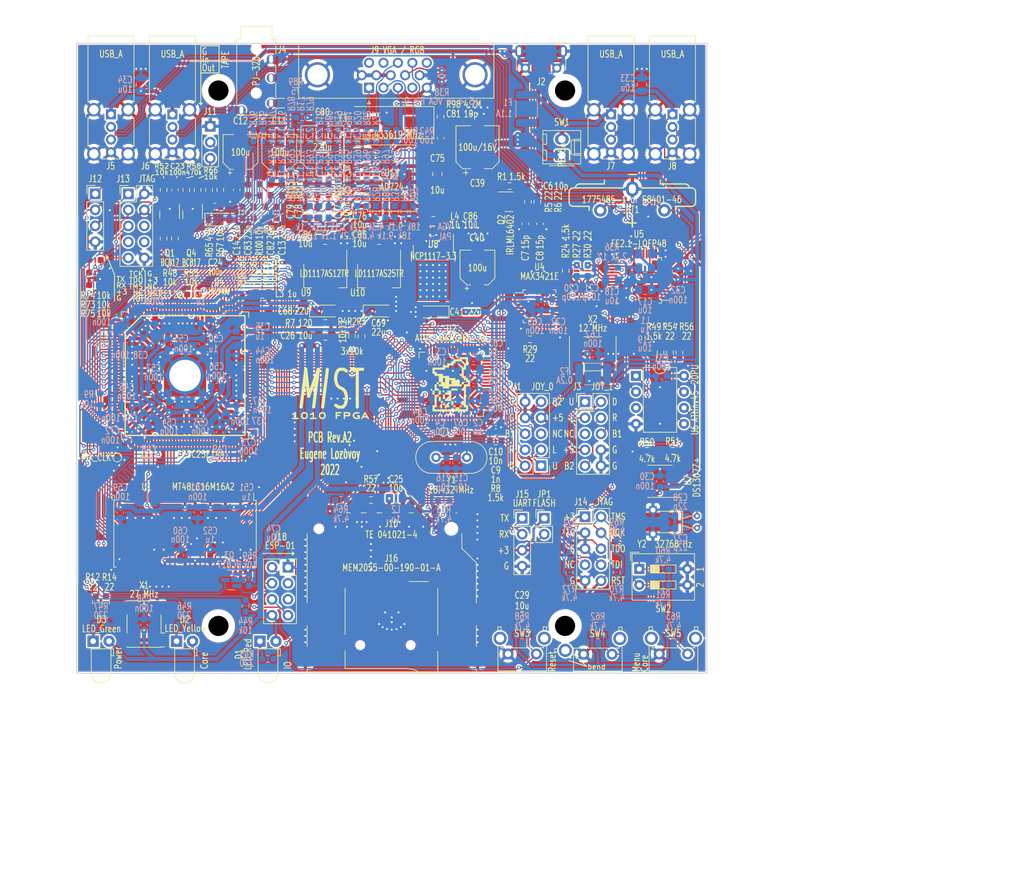
<source format=kicad_pcb>
(kicad_pcb (version 20211014) (generator pcbnew)

  (general
    (thickness 1.6)
  )

  (paper "A4")
  (title_block
    (title "MIST.1010")
    (date "2022-08-21")
    (rev "A2")
    (company "Eugene Lozovoy")
  )

  (layers
    (0 "F.Cu" signal)
    (31 "B.Cu" signal)
    (32 "B.Adhes" user "B.Adhesive")
    (33 "F.Adhes" user "F.Adhesive")
    (34 "B.Paste" user)
    (35 "F.Paste" user)
    (36 "B.SilkS" user "B.Silkscreen")
    (37 "F.SilkS" user "F.Silkscreen")
    (38 "B.Mask" user)
    (39 "F.Mask" user)
    (40 "Dwgs.User" user "User.Drawings")
    (41 "Cmts.User" user "User.Comments")
    (42 "Eco1.User" user "User.Eco1")
    (43 "Eco2.User" user "User.Eco2")
    (44 "Edge.Cuts" user)
    (45 "Margin" user)
    (46 "B.CrtYd" user "B.Courtyard")
    (47 "F.CrtYd" user "F.Courtyard")
    (48 "B.Fab" user)
    (49 "F.Fab" user)
    (50 "User.1" user)
    (51 "User.2" user)
    (52 "User.3" user)
    (53 "User.4" user)
    (54 "User.5" user)
    (55 "User.6" user)
    (56 "User.7" user)
    (57 "User.8" user)
    (58 "User.9" user)
  )

  (setup
    (stackup
      (layer "F.SilkS" (type "Top Silk Screen"))
      (layer "F.Paste" (type "Top Solder Paste"))
      (layer "F.Mask" (type "Top Solder Mask") (thickness 0.01))
      (layer "F.Cu" (type "copper") (thickness 0.035))
      (layer "dielectric 1" (type "core") (thickness 1.51) (material "FR4") (epsilon_r 4.5) (loss_tangent 0.02))
      (layer "B.Cu" (type "copper") (thickness 0.035))
      (layer "B.Mask" (type "Bottom Solder Mask") (thickness 0.01))
      (layer "B.Paste" (type "Bottom Solder Paste"))
      (layer "B.SilkS" (type "Bottom Silk Screen"))
      (copper_finish "None")
      (dielectric_constraints no)
    )
    (pad_to_mask_clearance 0)
    (grid_origin 149.2 47.6)
    (pcbplotparams
      (layerselection 0x00010f0_ffffffff)
      (disableapertmacros true)
      (usegerberextensions false)
      (usegerberattributes false)
      (usegerberadvancedattributes true)
      (creategerberjobfile true)
      (svguseinch false)
      (svgprecision 6)
      (excludeedgelayer true)
      (plotframeref false)
      (viasonmask false)
      (mode 1)
      (useauxorigin false)
      (hpglpennumber 1)
      (hpglpenspeed 20)
      (hpglpendiameter 15.000000)
      (dxfpolygonmode true)
      (dxfimperialunits true)
      (dxfusepcbnewfont true)
      (psnegative false)
      (psa4output false)
      (plotreference true)
      (plotvalue true)
      (plotinvisibletext false)
      (sketchpadsonfab false)
      (subtractmaskfromsilk false)
      (outputformat 1)
      (mirror false)
      (drillshape 0)
      (scaleselection 1)
      (outputdirectory "out/gerber/")
    )
  )

  (net 0 "")
  (net 1 "GND")
  (net 2 "+BATT")
  (net 3 "Net-(C1-Pad2)")
  (net 4 "+5V")
  (net 5 "Net-(D1-Pad1)")
  (net 6 "+3V3")
  (net 7 "Net-(C11-Pad1)")
  (net 8 "Net-(C9-Pad1)")
  (net 9 "Net-(C11-Pad2)")
  (net 10 "Net-(C12-Pad1)")
  (net 11 "Net-(C12-Pad2)")
  (net 12 "Net-(C15-Pad1)")
  (net 13 "Net-(C16-Pad1)")
  (net 14 "Net-(C18-Pad2)")
  (net 15 "Net-(C10-Pad1)")
  (net 16 "Net-(C19-Pad2)")
  (net 17 "+1V2")
  (net 18 "+1V2_PLL")
  (net 19 "/TX_FPGA")
  (net 20 "Net-(C17-Pad2)")
  (net 21 "Net-(C20-Pad1)")
  (net 22 "Net-(C22-Pad2)")
  (net 23 "Net-(D2-Pad1)")
  (net 24 "Net-(D3-Pad1)")
  (net 25 "Net-(C21-Pad1)")
  (net 26 "Net-(C23-Pad2)")
  (net 27 "/RST")
  (net 28 "/~{LED_ARM}")
  (net 29 "/~{LED_FPGA}")
  (net 30 "/~{JOY0_UP}")
  (net 31 "/~{JOY0_B1}")
  (net 32 "+5V_USB")
  (net 33 "/~{JOY0_DOWN}")
  (net 34 "/RX_FPGA")
  (net 35 "/~{JOY0_LEFT}")
  (net 36 "/~{JOY0_RIGHT}")
  (net 37 "/~{JOY0_B2}")
  (net 38 "/RTC_DP")
  (net 39 "+2V5")
  (net 40 "/~{JOY1_UP}")
  (net 41 "/~{JOY1_B1}")
  (net 42 "/USBHUB3_DP")
  (net 43 "/USBHUB3_DN")
  (net 44 "/USBHUB1_DP")
  (net 45 "/USBHUB1_DN")
  (net 46 "/USBHUB2_DP")
  (net 47 "/USBHUB2_DN")
  (net 48 "/USBHUB4_DP")
  (net 49 "/USBHUB4_DN")
  (net 50 "/~{JOY1_DOWN}")
  (net 51 "/~{JOY1_LEFT}")
  (net 52 "/~{JOY1_RIGHT}")
  (net 53 "Net-(R9-Pad2)")
  (net 54 "/~{JOY1_B2}")
  (net 55 "Net-(R12-Pad2)")
  (net 56 "/R")
  (net 57 "/G")
  (net 58 "Net-(R13-Pad1)")
  (net 59 "Net-(R14-Pad2)")
  (net 60 "/RTC_DN")
  (net 61 "/B")
  (net 62 "/Switch1")
  (net 63 "/Switch2")
  (net 64 "/Button1")
  (net 65 "/Button2")
  (net 66 "/CLK_12")
  (net 67 "/PIXEL_CLK")
  (net 68 "/CLK_27")
  (net 69 "/HS")
  (net 70 "/SS1")
  (net 71 "/MOSI")
  (net 72 "/MISO")
  (net 73 "/SD_CD")
  (net 74 "/SD_WP")
  (net 75 "/FPGA_TCK")
  (net 76 "/FPGA_TDO")
  (net 77 "/FPGA_TMS")
  (net 78 "/FPGA_TDI")
  (net 79 "/ARM_TMS")
  (net 80 "/ARM_TCK")
  (net 81 "/ARM_TDO")
  (net 82 "/ARM_TDI")
  (net 83 "/TX_ARM")
  (net 84 "/RX_ARM")
  (net 85 "Net-(JP1-Pad2)")
  (net 86 "/DM_PUP")
  (net 87 "Net-(J2-Pad1)")
  (net 88 "Net-(Q2-Pad3)")
  (net 89 "/CONF_DONE")
  (net 90 "/CONF_NSTATUS")
  (net 91 "/CONF_NCONFIG")
  (net 92 "/USB_DP")
  (net 93 "/USB_DN")
  (net 94 "Net-(R29-Pad2)")
  (net 95 "/AUDIO_L")
  (net 96 "/AUDIO_R")
  (net 97 "/SCK")
  (net 98 "/VGA_R0")
  (net 99 "/VGA_R1")
  (net 100 "/VGA_R2")
  (net 101 "/VGA_R3")
  (net 102 "/VGA_R4")
  (net 103 "/VGA_R5")
  (net 104 "/VGA_G0")
  (net 105 "/VGA_G1")
  (net 106 "/VGA_G2")
  (net 107 "/VGA_G3")
  (net 108 "/VGA_G4")
  (net 109 "/VGA_G5")
  (net 110 "/VGA_B0")
  (net 111 "/VGA_B1")
  (net 112 "Net-(R36-Pad1)")
  (net 113 "/VGA_B2")
  (net 114 "/VGA_B3")
  (net 115 "/VGA_B4")
  (net 116 "/VGA_B5")
  (net 117 "/VGA_VS")
  (net 118 "/VGA_HS")
  (net 119 "unconnected-(J18-Pad3)")
  (net 120 "Net-(R27-Pad1)")
  (net 121 "/RAM_DQ0")
  (net 122 "/RAM_DQ1")
  (net 123 "/RAM_DQ2")
  (net 124 "/RAM_DQ3")
  (net 125 "/RAM_DQ4")
  (net 126 "/RAM_DQ5")
  (net 127 "/RAM_DQ6")
  (net 128 "/RAM_DQ7")
  (net 129 "/RAM_DQML")
  (net 130 "/~{RAM_WE}")
  (net 131 "/~{RAM_CAS}")
  (net 132 "/~{RAM_RAS}")
  (net 133 "/~{RAM_CS}")
  (net 134 "/RAM_BA0")
  (net 135 "/RAM_BA1")
  (net 136 "/RAM_A10")
  (net 137 "/RAM_A0")
  (net 138 "/RAM_A1")
  (net 139 "/RAM_A2")
  (net 140 "/RAM_A3")
  (net 141 "/RAM_A4")
  (net 142 "/RAM_A5")
  (net 143 "/RAM_A6")
  (net 144 "/RAM_A7")
  (net 145 "/RAM_A8")
  (net 146 "/RAM_A9")
  (net 147 "/RAM_A11")
  (net 148 "/RAM_A12")
  (net 149 "/RAM_CLK")
  (net 150 "/RAM_DQMH")
  (net 151 "/RAM_DQ8")
  (net 152 "/RAM_DQ9")
  (net 153 "/RAM_DQ10")
  (net 154 "/RAM_DQ11")
  (net 155 "/RAM_DQ12")
  (net 156 "/RAM_DQ13")
  (net 157 "/RAM_DQ14")
  (net 158 "/RAM_DQ15")
  (net 159 "Net-(R30-Pad1)")
  (net 160 "/SS0")
  (net 161 "/SS2{slash}FPGA")
  (net 162 "/CONF_DATA0")
  (net 163 "/USBH_INT")
  (net 164 "/SS3{slash}OSD")
  (net 165 "/SS4{slash}SD_DIRECT")
  (net 166 "+5V_JOY")
  (net 167 "/TAPE_OUT")
  (net 168 "/TAPE_IN")
  (net 169 "Net-(C24-Pad1)")
  (net 170 "Net-(C24-Pad2)")
  (net 171 "/VS")
  (net 172 "Net-(J18-Pad2)")
  (net 173 "Net-(Q1-Pad1)")
  (net 174 "/CONF_DCLK")
  (net 175 "Net-(R50-Pad2)")
  (net 176 "Net-(R51-Pad2)")
  (net 177 "Net-(R54-Pad1)")
  (net 178 "Net-(R56-Pad1)")
  (net 179 "/SD_VDD")
  (net 180 "/SD_CLK")
  (net 181 "/SD_DAT1")
  (net 182 "/SD_DAT2")
  (net 183 "unconnected-(J18-Pad5)")
  (net 184 "Net-(C77-Pad1)")
  (net 185 "Net-(C77-Pad2)")
  (net 186 "Net-(C78-Pad1)")
  (net 187 "Net-(C78-Pad2)")
  (net 188 "Net-(C79-Pad1)")
  (net 189 "Net-(C80-Pad1)")
  (net 190 "Net-(C80-Pad2)")
  (net 191 "Net-(C81-Pad1)")
  (net 192 "/Composite")
  (net 193 "+5V_PAL")
  (net 194 "Net-(C79-Pad2)")
  (net 195 "Net-(J9-Pad9)")
  (net 196 "Net-(C27-Pad1)")
  (net 197 "Net-(C28-Pad1)")
  (net 198 "Net-(C82-Pad1)")
  (net 199 "Net-(C83-Pad1)")
  (net 200 "/UDN")
  (net 201 "/UDP")
  (net 202 "unconnected-(J1-Pad5)")
  (net 203 "unconnected-(J2-Pad4)")
  (net 204 "unconnected-(J3-Pad5)")
  (net 205 "unconnected-(J9-Pad4)")
  (net 206 "unconnected-(J9-Pad11)")
  (net 207 "unconnected-(J9-Pad12)")
  (net 208 "unconnected-(J9-Pad15)")
  (net 209 "unconnected-(J13-Pad6)")
  (net 210 "unconnected-(J13-Pad7)")
  (net 211 "unconnected-(J13-Pad8)")
  (net 212 "unconnected-(J14-Pad7)")
  (net 213 "unconnected-(U1-Pad40)")
  (net 214 "unconnected-(U2-Pad50)")
  (net 215 "Net-(TP2-Pad1)")
  (net 216 "unconnected-(U4-Pad1)")
  (net 217 "unconnected-(U4-Pad4)")
  (net 218 "unconnected-(U4-Pad5)")
  (net 219 "unconnected-(U4-Pad6)")
  (net 220 "unconnected-(U4-Pad7)")
  (net 221 "unconnected-(U4-Pad8)")
  (net 222 "unconnected-(U4-Pad9)")
  (net 223 "unconnected-(U4-Pad10)")
  (net 224 "unconnected-(U4-Pad11)")
  (net 225 "unconnected-(U4-Pad17)")
  (net 226 "unconnected-(U4-Pad25)")
  (net 227 "unconnected-(U4-Pad26)")
  (net 228 "unconnected-(U4-Pad27)")
  (net 229 "unconnected-(U4-Pad28)")
  (net 230 "unconnected-(U4-Pad29)")
  (net 231 "unconnected-(U4-Pad30)")
  (net 232 "unconnected-(U4-Pad31)")
  (net 233 "unconnected-(U4-Pad32)")
  (net 234 "unconnected-(U5-Pad1)")
  (net 235 "unconnected-(U5-Pad2)")
  (net 236 "unconnected-(U5-Pad3)")
  (net 237 "unconnected-(U5-Pad4)")
  (net 238 "unconnected-(U5-Pad5)")
  (net 239 "unconnected-(U5-Pad7)")
  (net 240 "unconnected-(U5-Pad23)")
  (net 241 "unconnected-(U5-Pad32)")
  (net 242 "unconnected-(U5-Pad33)")
  (net 243 "unconnected-(U5-Pad34)")
  (net 244 "unconnected-(U5-Pad35)")
  (net 245 "unconnected-(U5-Pad44)")
  (net 246 "unconnected-(U5-Pad46)")
  (net 247 "unconnected-(U5-Pad47)")
  (net 248 "unconnected-(U5-Pad48)")
  (net 249 "unconnected-(U6-Pad3)")
  (net 250 "unconnected-(U7-Pad7)")
  (net 251 "unconnected-(U11-Pad9)")
  (net 252 "unconnected-(U11-Pad11)")
  (net 253 "Net-(Q3-Pad1)")
  (net 254 "Net-(Q4-Pad1)")

  (footprint "Resistor_SMD:R_0603_1608Metric_Pad0.98x0.95mm_HandSolder" (layer "F.Cu") (at 142.9 94.1 -90))

  (footprint "Capacitor_SMD:C_0603_1608Metric_Pad1.08x0.95mm_HandSolder" (layer "F.Cu") (at 172.71 76.2625 -90))

  (footprint "Resistor_SMD:R_0603_1608Metric_Pad0.98x0.95mm_HandSolder" (layer "F.Cu") (at 171.15 94.6))

  (footprint "Connector_PinHeader_2.54mm:PinHeader_1x03_P2.54mm_Vertical" (layer "F.Cu") (at 120.4 60.775))

  (footprint "my:MountingHole_3.2mm_M3_dk5.2mm" (layer "F.Cu") (at 176.7 55.1))

  (footprint "Resistor_SMD:R_0603_1608Metric_Pad0.98x0.95mm_HandSolder" (layer "F.Cu") (at 113 78.6 -90))

  (footprint "Capacitor_SMD:C_0805_2012Metric_Pad1.18x1.45mm_HandSolder" (layer "F.Cu") (at 138.65 94 180))

  (footprint "Resistor_SMD:R_0603_1608Metric_Pad0.98x0.95mm_HandSolder" (layer "F.Cu") (at 114.8 78.6 -90))

  (footprint "Resistor_SMD:R_0603_1608Metric_Pad0.98x0.95mm_HandSolder" (layer "F.Cu") (at 167.8975 70.2625))

  (footprint "Capacitor_SMD:C_0603_1608Metric_Pad1.08x0.95mm_HandSolder" (layer "F.Cu") (at 121.1 73.5))

  (footprint "Oscillator:Oscillator_SMD_SeikoEpson_SG8002CA-4Pin_7.0x5.0mm" (layer "F.Cu") (at 109.9 139.7875 90))

  (footprint "Capacitor_SMD:CP_Elec_6.3x7.7" (layer "F.Cu") (at 162.8 64.1 90))

  (footprint "Resistor_SMD:R_0603_1608Metric_Pad0.98x0.95mm_HandSolder" (layer "F.Cu") (at 116.6 70.8625 90))

  (footprint "Package_QFP:LQFP-32_5x5mm_P0.5mm" (layer "F.Cu") (at 172.65 89.35))

  (footprint "Resistor_SMD:R_0603_1608Metric_Pad0.98x0.95mm_HandSolder" (layer "F.Cu") (at 118.4 70.8625 -90))

  (footprint "Connector_PinHeader_2.54mm:PinHeader_1x04_P2.54mm_Vertical" (layer "F.Cu") (at 169.9 123))

  (footprint "Connector_Dsub:DSUB-15-HD_Female_Horizontal_P2.29x1.98mm_EdgePinOffset3.03mm_Housed_MountingHolesOffset4.94mm" (layer "F.Cu") (at 145.6 54.650331 180))

  (footprint "Resistor_SMD:R_0603_1608Metric_Pad0.98x0.95mm_HandSolder" (layer "F.Cu") (at 102.25 136.35 90))

  (footprint "Package_SO:SOIC-8_3.9x4.9mm_P1.27mm" (layer "F.Cu") (at 191.75 117.1375 180))

  (footprint "Resistor_SMD:R_0603_1608Metric_Pad0.98x0.95mm_HandSolder" (layer "F.Cu") (at 103.85 136.35 90))

  (footprint "Capacitor_SMD:C_0603_1608Metric_Pad1.08x0.95mm_HandSolder" (layer "F.Cu") (at 126.4 70.8625 90))

  (footprint "Connector_PinHeader_2.54mm:PinHeader_1x02_P2.54mm_Vertical" (layer "F.Cu") (at 173.4 123))

  (footprint "Diode_SMD:D_SOD-123" (layer "F.Cu") (at 121.8 75.6))

  (footprint "LED_THT:LED_D3.0mm_Horizontal_O1.27mm_Z6.0mm" (layer "F.Cu") (at 128.2875 142.525))

  (footprint "Capacitor_SMD:C_0603_1608Metric_Pad1.08x0.95mm_HandSolder" (layer "F.Cu") (at 165.7 107.8))

  (footprint "Resistor_SMD:R_0603_1608Metric_Pad0.98x0.95mm_HandSolder" (layer "F.Cu") (at 138.65 92))

  (footprint "Capacitor_SMD:C_0603_1608Metric_Pad1.08x0.95mm_HandSolder" (layer "F.Cu") (at 131.8 70.8625 90))

  (footprint "Capacitor_Tantalum_SMD:CP_EIA-3216-18_Kemet-A_Pad1.58x1.35mm_HandSolder" (layer "F.Cu") (at 138.65 90.1))

  (footprint "Resistor_SMD:R_0603_1608Metric_Pad0.98x0.95mm_HandSolder" (layer "F.Cu") (at 189.7 112.3))

  (footprint "Connector_PinHeader_2.54mm:PinHeader_2x05_P2.54mm_Vertical" (layer "F.Cu") (at 179.875 122.775))

  (footprint "Capacitor_SMD:C_0805_2012Metric_Pad1.18x1.45mm_HandSolder" (layer "F.Cu") (at 147.1875 78.8 180))

  (footprint "Resistor_SMD:R_0603_1608Metric_Pad0.98x0.95mm_HandSolder" (layer "F.Cu") (at 127.3 74.4625 90))

  (footprint "LED_THT:LED_D3.0mm_Horizontal_O1.27mm_Z6.0mm" (layer "F.Cu") (at 115.05 142.525))

  (footprint "TestPoint:TestPoint_Pad_D1.0mm" (layer "F.Cu") (at 157.4 109.3))

  (footprint "Resistor_SMD:R_0603_1608Metric_Pad0.98x0.95mm_HandSolder" (layer "F.Cu") (at 141.4 94.1 -90))

  (footprint "Package_TO_SOT_SMD:TO-252-2" (layer "F.Cu") (at 155.8 83.2 -90))

  (footprint "Resistor_SMD:R_0603_1608Metric_Pad0.98x0.95mm_HandSolder" (layer "F.Cu") (at 191.85 96.7 90))

  (footprint "Resistor_SMD:R_0603_1608Metric_Pad0.98x0.95mm_HandSolder" (layer "F.Cu") (at 193.8 112.3 180))

  (footprint "Crystal:Crystal_C38-LF_D3.0mm_L8.0mm_Horizontal_1EP_style2" (layer "F.Cu") (at 197.65 122.65 -90))

  (footprint "Resistor_SMD:R_0603_1608Metric_Pad0.98x0.95mm_HandSolder" (layer "F.Cu") (at 194.85 96.7 90))

  (footprint "my:MountingHole_3.2mm_M3_dk5.2mm" (layer "F.Cu") (at 121.7 55.1))

  (footprint "Resistor_SMD:R_0603_1608Metric_Pad0.98x0.95mm_HandSolder" (layer "F.Cu") (at 117.65 87.4875))

  (footprint "my:PJ-320A_D" (layer "F.Cu") (at 127.7 53.28 -90))

  (footprint "Capacitor_SMD:C_0603_1608Metric_Pad1.08x0.95mm_HandSolder" (layer "F.Cu") (at 114.8 70.8625 -90))

  (footprint "Capacitor_SMD:CP_Elec_5x5.9" (layer "F.Cu")
    (tedit 5BCA39CF) (tstamp 401e3cdc-0de9-4b09-b132-2c92ba72b8f8)
    (at 131.35 64.85 90)
    (descr "SMD capacitor, aluminum electrolytic, Panasonic B6, 5.0x5.9mm")
    (tags "capacitor electrolytic")
    (property "Sheetfile" "mist1010.kicad_sch")
    (property "Sheetname" "")
    (path "/89808b0c-400a-4893-9cd3-804b6fc470f5")
    (attr smd)
    (fp_text reference "C11" (at 4.95 0 180) (layer "F.SilkS")
      (effects (font (size 1.1 0.8) (thickness 0.14)))
      (tstamp 5b49456a-fd7d-45cd-acde-620d961e11c8)
    )
    (fp_text value "100u" (at -0.75 0) (layer "F.Fab")
      (effects (font (size 1 1) (thickness 0.15)))
      (tstamp 5dd1ed85-fa9c-4d93-b8d8-75853c8b3fe2)
    )
    (fp_text user "${VALUE}" (at -0.05 0.05 unlocked) (layer "F.SilkS")
      (effects (font (size 1.1 0.8) (thickness 0.14)))
      (tstamp b0b2e12e-331a-43e2-9d64-7196ecab76d2)
    )
    (fp_text user "${REFERENCE}" (at 0.9 0 180) (layer "F.Fab")
      (effects (font (size 1 1) (thickness 0.15)))
      (tstamp 482eb44e-97b9-40d4-a6e5-b53b78ba5fb7)
    )
    (fp_line (start -1.695563 2.76) (end 2.76 2.76) (layer "F.SilkS") (width 0.12) (tstamp 0e25e4dc-8c0f-43c0-a6a6-f481f3ac4bdd))
    (fp_line (start 2.76 2.76) (end 2.76 1.06) (layer "F.SilkS") (width 0.12) (tstamp 1baa3f99-34cb-43cf-b297-651570411e44))
    (fp_line (start -2.76 -1.695563) (end -2.76 -1.06) (layer "F.SilkS") (width 0.12) (tstamp 285568c9-b849-40a7-9b3f-f290cf391fbd))
    (fp_line (start -3.3125 -1.9975) (end -3.3125 -1.3725) (layer "F.SilkS") (width 0.12) (tstamp 47eb2597-7ccc-4ef8-a2f7-5785d9861d9e))
    (fp_line (start 2.76 -2.76) (end 2.76 -1.06) (layer "F.SilkS") (width 0.12) (tstamp 4aba8d64-cf32-455d-bb57-4db8bc865709))
    (fp_line (start -2.76 -1.695563) (end -1.695563 -2.76) (layer "F.SilkS") (width 0.12) (tstamp a142049f-dd40-42e9-86d5-d2332e08ddf8))
    (fp_line (start -2.76 1.695563) (end -2.76 1.06) (layer "F.SilkS") (width 0.12) (tstamp bfea42bf-ac06-4988-b693-35c65f5c296d))
    (fp_line (start -3.625 -1.685) (end -3 -1.685) (layer "F.SilkS") (width 0.12) (tstamp c1a68679-3549-4880-8cc3-7628f6bfc05c))
    (fp_line (start -1.695563 -2.76) (end 2.76 -2.76) (layer "F.SilkS") (width 0.12) (tstamp d1c653a0-fed2-443c-9b2c-c73ecd6cc57b))
    (fp_line (start -2.76 1.695563) (end -1.695563 2.76) (layer "F.SilkS") (width 0.12) (tstamp f10f4a87-110a-4e2a-910c-ecdf4c350351))
    (fp_line (start -2.9 1.75) (end -1.75 2.9) (layer "F.CrtYd") (width 0.05) (tstamp 0484099c-8f23-4e08-8087-fc6ceae0774e))
    (fp_line (st
... [4091543 chars truncated]
</source>
